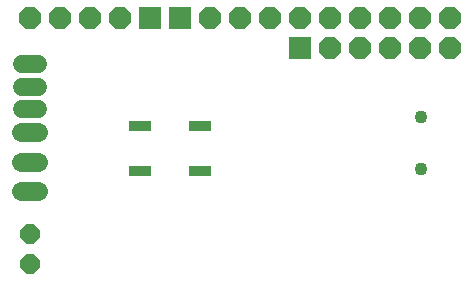
<source format=gbs>
G75*
G70*
%OFA0B0*%
%FSLAX24Y24*%
%IPPOS*%
%LPD*%
%AMOC8*
5,1,8,0,0,1.08239X$1,22.5*
%
%ADD10C,0.0640*%
%ADD11R,0.0730X0.0380*%
%ADD12OC8,0.0640*%
%ADD13C,0.0596*%
%ADD14R,0.0720X0.0720*%
%ADD15OC8,0.0720*%
%ADD16C,0.0434*%
D10*
X002232Y008828D02*
X002792Y008828D01*
X002792Y009812D02*
X002232Y009812D01*
X002232Y010796D02*
X002792Y010796D01*
D11*
X006203Y011021D03*
X008203Y011021D03*
X008203Y009521D03*
X006203Y009521D03*
D12*
X002523Y006411D03*
X002523Y007411D03*
D13*
X002286Y011563D02*
X002801Y011563D01*
X002801Y012311D02*
X002286Y012311D01*
X002286Y013063D02*
X002801Y013063D01*
D14*
X006543Y014611D03*
X007543Y014611D03*
X011543Y013611D03*
D15*
X012543Y013611D03*
X013543Y013611D03*
X014543Y013611D03*
X015543Y013611D03*
X016543Y013611D03*
X016543Y014611D03*
X015543Y014611D03*
X014543Y014611D03*
X013543Y014611D03*
X012543Y014611D03*
X011543Y014611D03*
X010543Y014611D03*
X009543Y014611D03*
X008543Y014611D03*
X005543Y014611D03*
X004543Y014611D03*
X003543Y014611D03*
X002543Y014611D03*
D16*
X015553Y011318D03*
X015553Y009585D03*
M02*

</source>
